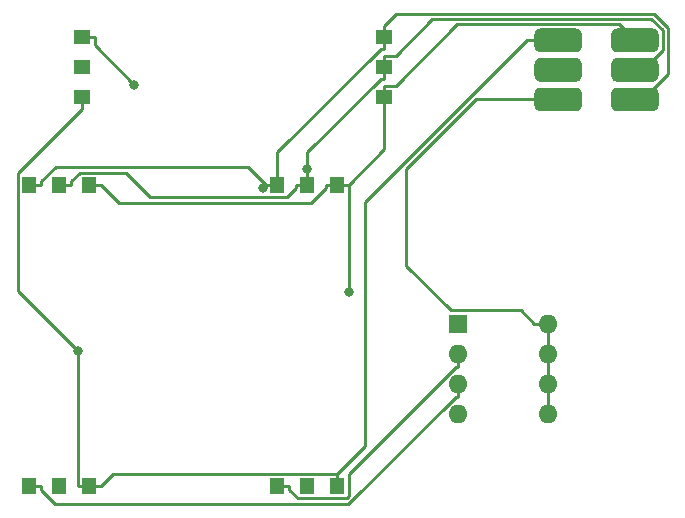
<source format=gbr>
G04 #@! TF.GenerationSoftware,KiCad,Pcbnew,5.1.5+dfsg1-2build2*
G04 #@! TF.CreationDate,2021-12-20T12:08:05-03:00*
G04 #@! TF.ProjectId,prueba,70727565-6261-42e6-9b69-6361645f7063,rev?*
G04 #@! TF.SameCoordinates,Original*
G04 #@! TF.FileFunction,Copper,L2,Bot*
G04 #@! TF.FilePolarity,Positive*
%FSLAX46Y46*%
G04 Gerber Fmt 4.6, Leading zero omitted, Abs format (unit mm)*
G04 Created by KiCad (PCBNEW 5.1.5+dfsg1-2build2) date 2021-12-20 12:08:05*
%MOMM*%
%LPD*%
G04 APERTURE LIST*
%ADD10O,1.600000X1.600000*%
%ADD11R,1.600000X1.600000*%
%ADD12R,1.400000X1.300000*%
%ADD13C,0.100000*%
%ADD14R,1.300000X1.400000*%
%ADD15C,0.800000*%
%ADD16C,0.250000*%
G04 APERTURE END LIST*
D10*
X150620000Y-75000000D03*
X143000000Y-82620000D03*
X150620000Y-77540000D03*
X143000000Y-80080000D03*
X150620000Y-80080000D03*
X143000000Y-77540000D03*
X150620000Y-82620000D03*
D11*
X143000000Y-75000000D03*
D12*
X136770000Y-55810000D03*
X136770000Y-53270000D03*
X136770000Y-50730000D03*
X111230000Y-55810000D03*
X111230000Y-53270000D03*
X111230000Y-50730000D03*
G04 #@! TA.AperFunction,ConnectorPad*
D13*
G36*
X159549009Y-50002408D02*
G01*
X159597545Y-50009607D01*
X159645142Y-50021530D01*
X159691342Y-50038060D01*
X159735698Y-50059039D01*
X159777785Y-50084265D01*
X159817197Y-50113495D01*
X159853553Y-50146447D01*
X159886505Y-50182803D01*
X159915735Y-50222215D01*
X159940961Y-50264302D01*
X159961940Y-50308658D01*
X159978470Y-50354858D01*
X159990393Y-50402455D01*
X159997592Y-50450991D01*
X160000000Y-50500000D01*
X160000000Y-51500000D01*
X159997592Y-51549009D01*
X159990393Y-51597545D01*
X159978470Y-51645142D01*
X159961940Y-51691342D01*
X159940961Y-51735698D01*
X159915735Y-51777785D01*
X159886505Y-51817197D01*
X159853553Y-51853553D01*
X159817197Y-51886505D01*
X159777785Y-51915735D01*
X159735698Y-51940961D01*
X159691342Y-51961940D01*
X159645142Y-51978470D01*
X159597545Y-51990393D01*
X159549009Y-51997592D01*
X159500000Y-52000000D01*
X156500000Y-52000000D01*
X156450991Y-51997592D01*
X156402455Y-51990393D01*
X156354858Y-51978470D01*
X156308658Y-51961940D01*
X156264302Y-51940961D01*
X156222215Y-51915735D01*
X156182803Y-51886505D01*
X156146447Y-51853553D01*
X156113495Y-51817197D01*
X156084265Y-51777785D01*
X156059039Y-51735698D01*
X156038060Y-51691342D01*
X156021530Y-51645142D01*
X156009607Y-51597545D01*
X156002408Y-51549009D01*
X156000000Y-51500000D01*
X156000000Y-50500000D01*
X156002408Y-50450991D01*
X156009607Y-50402455D01*
X156021530Y-50354858D01*
X156038060Y-50308658D01*
X156059039Y-50264302D01*
X156084265Y-50222215D01*
X156113495Y-50182803D01*
X156146447Y-50146447D01*
X156182803Y-50113495D01*
X156222215Y-50084265D01*
X156264302Y-50059039D01*
X156308658Y-50038060D01*
X156354858Y-50021530D01*
X156402455Y-50009607D01*
X156450991Y-50002408D01*
X156500000Y-50000000D01*
X159500000Y-50000000D01*
X159549009Y-50002408D01*
G37*
G04 #@! TD.AperFunction*
G04 #@! TA.AperFunction,ConnectorPad*
G36*
X159549009Y-52502408D02*
G01*
X159597545Y-52509607D01*
X159645142Y-52521530D01*
X159691342Y-52538060D01*
X159735698Y-52559039D01*
X159777785Y-52584265D01*
X159817197Y-52613495D01*
X159853553Y-52646447D01*
X159886505Y-52682803D01*
X159915735Y-52722215D01*
X159940961Y-52764302D01*
X159961940Y-52808658D01*
X159978470Y-52854858D01*
X159990393Y-52902455D01*
X159997592Y-52950991D01*
X160000000Y-53000000D01*
X160000000Y-54000000D01*
X159997592Y-54049009D01*
X159990393Y-54097545D01*
X159978470Y-54145142D01*
X159961940Y-54191342D01*
X159940961Y-54235698D01*
X159915735Y-54277785D01*
X159886505Y-54317197D01*
X159853553Y-54353553D01*
X159817197Y-54386505D01*
X159777785Y-54415735D01*
X159735698Y-54440961D01*
X159691342Y-54461940D01*
X159645142Y-54478470D01*
X159597545Y-54490393D01*
X159549009Y-54497592D01*
X159500000Y-54500000D01*
X156500000Y-54500000D01*
X156450991Y-54497592D01*
X156402455Y-54490393D01*
X156354858Y-54478470D01*
X156308658Y-54461940D01*
X156264302Y-54440961D01*
X156222215Y-54415735D01*
X156182803Y-54386505D01*
X156146447Y-54353553D01*
X156113495Y-54317197D01*
X156084265Y-54277785D01*
X156059039Y-54235698D01*
X156038060Y-54191342D01*
X156021530Y-54145142D01*
X156009607Y-54097545D01*
X156002408Y-54049009D01*
X156000000Y-54000000D01*
X156000000Y-53000000D01*
X156002408Y-52950991D01*
X156009607Y-52902455D01*
X156021530Y-52854858D01*
X156038060Y-52808658D01*
X156059039Y-52764302D01*
X156084265Y-52722215D01*
X156113495Y-52682803D01*
X156146447Y-52646447D01*
X156182803Y-52613495D01*
X156222215Y-52584265D01*
X156264302Y-52559039D01*
X156308658Y-52538060D01*
X156354858Y-52521530D01*
X156402455Y-52509607D01*
X156450991Y-52502408D01*
X156500000Y-52500000D01*
X159500000Y-52500000D01*
X159549009Y-52502408D01*
G37*
G04 #@! TD.AperFunction*
G04 #@! TA.AperFunction,ConnectorPad*
G36*
X159549009Y-55002408D02*
G01*
X159597545Y-55009607D01*
X159645142Y-55021530D01*
X159691342Y-55038060D01*
X159735698Y-55059039D01*
X159777785Y-55084265D01*
X159817197Y-55113495D01*
X159853553Y-55146447D01*
X159886505Y-55182803D01*
X159915735Y-55222215D01*
X159940961Y-55264302D01*
X159961940Y-55308658D01*
X159978470Y-55354858D01*
X159990393Y-55402455D01*
X159997592Y-55450991D01*
X160000000Y-55500000D01*
X160000000Y-56500000D01*
X159997592Y-56549009D01*
X159990393Y-56597545D01*
X159978470Y-56645142D01*
X159961940Y-56691342D01*
X159940961Y-56735698D01*
X159915735Y-56777785D01*
X159886505Y-56817197D01*
X159853553Y-56853553D01*
X159817197Y-56886505D01*
X159777785Y-56915735D01*
X159735698Y-56940961D01*
X159691342Y-56961940D01*
X159645142Y-56978470D01*
X159597545Y-56990393D01*
X159549009Y-56997592D01*
X159500000Y-57000000D01*
X156500000Y-57000000D01*
X156450991Y-56997592D01*
X156402455Y-56990393D01*
X156354858Y-56978470D01*
X156308658Y-56961940D01*
X156264302Y-56940961D01*
X156222215Y-56915735D01*
X156182803Y-56886505D01*
X156146447Y-56853553D01*
X156113495Y-56817197D01*
X156084265Y-56777785D01*
X156059039Y-56735698D01*
X156038060Y-56691342D01*
X156021530Y-56645142D01*
X156009607Y-56597545D01*
X156002408Y-56549009D01*
X156000000Y-56500000D01*
X156000000Y-55500000D01*
X156002408Y-55450991D01*
X156009607Y-55402455D01*
X156021530Y-55354858D01*
X156038060Y-55308658D01*
X156059039Y-55264302D01*
X156084265Y-55222215D01*
X156113495Y-55182803D01*
X156146447Y-55146447D01*
X156182803Y-55113495D01*
X156222215Y-55084265D01*
X156264302Y-55059039D01*
X156308658Y-55038060D01*
X156354858Y-55021530D01*
X156402455Y-55009607D01*
X156450991Y-55002408D01*
X156500000Y-55000000D01*
X159500000Y-55000000D01*
X159549009Y-55002408D01*
G37*
G04 #@! TD.AperFunction*
G04 #@! TA.AperFunction,ConnectorPad*
G36*
X153049009Y-50002408D02*
G01*
X153097545Y-50009607D01*
X153145142Y-50021530D01*
X153191342Y-50038060D01*
X153235698Y-50059039D01*
X153277785Y-50084265D01*
X153317197Y-50113495D01*
X153353553Y-50146447D01*
X153386505Y-50182803D01*
X153415735Y-50222215D01*
X153440961Y-50264302D01*
X153461940Y-50308658D01*
X153478470Y-50354858D01*
X153490393Y-50402455D01*
X153497592Y-50450991D01*
X153500000Y-50500000D01*
X153500000Y-51500000D01*
X153497592Y-51549009D01*
X153490393Y-51597545D01*
X153478470Y-51645142D01*
X153461940Y-51691342D01*
X153440961Y-51735698D01*
X153415735Y-51777785D01*
X153386505Y-51817197D01*
X153353553Y-51853553D01*
X153317197Y-51886505D01*
X153277785Y-51915735D01*
X153235698Y-51940961D01*
X153191342Y-51961940D01*
X153145142Y-51978470D01*
X153097545Y-51990393D01*
X153049009Y-51997592D01*
X153000000Y-52000000D01*
X150000000Y-52000000D01*
X149950991Y-51997592D01*
X149902455Y-51990393D01*
X149854858Y-51978470D01*
X149808658Y-51961940D01*
X149764302Y-51940961D01*
X149722215Y-51915735D01*
X149682803Y-51886505D01*
X149646447Y-51853553D01*
X149613495Y-51817197D01*
X149584265Y-51777785D01*
X149559039Y-51735698D01*
X149538060Y-51691342D01*
X149521530Y-51645142D01*
X149509607Y-51597545D01*
X149502408Y-51549009D01*
X149500000Y-51500000D01*
X149500000Y-50500000D01*
X149502408Y-50450991D01*
X149509607Y-50402455D01*
X149521530Y-50354858D01*
X149538060Y-50308658D01*
X149559039Y-50264302D01*
X149584265Y-50222215D01*
X149613495Y-50182803D01*
X149646447Y-50146447D01*
X149682803Y-50113495D01*
X149722215Y-50084265D01*
X149764302Y-50059039D01*
X149808658Y-50038060D01*
X149854858Y-50021530D01*
X149902455Y-50009607D01*
X149950991Y-50002408D01*
X150000000Y-50000000D01*
X153000000Y-50000000D01*
X153049009Y-50002408D01*
G37*
G04 #@! TD.AperFunction*
G04 #@! TA.AperFunction,ConnectorPad*
G36*
X153049009Y-52502408D02*
G01*
X153097545Y-52509607D01*
X153145142Y-52521530D01*
X153191342Y-52538060D01*
X153235698Y-52559039D01*
X153277785Y-52584265D01*
X153317197Y-52613495D01*
X153353553Y-52646447D01*
X153386505Y-52682803D01*
X153415735Y-52722215D01*
X153440961Y-52764302D01*
X153461940Y-52808658D01*
X153478470Y-52854858D01*
X153490393Y-52902455D01*
X153497592Y-52950991D01*
X153500000Y-53000000D01*
X153500000Y-54000000D01*
X153497592Y-54049009D01*
X153490393Y-54097545D01*
X153478470Y-54145142D01*
X153461940Y-54191342D01*
X153440961Y-54235698D01*
X153415735Y-54277785D01*
X153386505Y-54317197D01*
X153353553Y-54353553D01*
X153317197Y-54386505D01*
X153277785Y-54415735D01*
X153235698Y-54440961D01*
X153191342Y-54461940D01*
X153145142Y-54478470D01*
X153097545Y-54490393D01*
X153049009Y-54497592D01*
X153000000Y-54500000D01*
X150000000Y-54500000D01*
X149950991Y-54497592D01*
X149902455Y-54490393D01*
X149854858Y-54478470D01*
X149808658Y-54461940D01*
X149764302Y-54440961D01*
X149722215Y-54415735D01*
X149682803Y-54386505D01*
X149646447Y-54353553D01*
X149613495Y-54317197D01*
X149584265Y-54277785D01*
X149559039Y-54235698D01*
X149538060Y-54191342D01*
X149521530Y-54145142D01*
X149509607Y-54097545D01*
X149502408Y-54049009D01*
X149500000Y-54000000D01*
X149500000Y-53000000D01*
X149502408Y-52950991D01*
X149509607Y-52902455D01*
X149521530Y-52854858D01*
X149538060Y-52808658D01*
X149559039Y-52764302D01*
X149584265Y-52722215D01*
X149613495Y-52682803D01*
X149646447Y-52646447D01*
X149682803Y-52613495D01*
X149722215Y-52584265D01*
X149764302Y-52559039D01*
X149808658Y-52538060D01*
X149854858Y-52521530D01*
X149902455Y-52509607D01*
X149950991Y-52502408D01*
X150000000Y-52500000D01*
X153000000Y-52500000D01*
X153049009Y-52502408D01*
G37*
G04 #@! TD.AperFunction*
G04 #@! TA.AperFunction,ConnectorPad*
G36*
X153049009Y-55002408D02*
G01*
X153097545Y-55009607D01*
X153145142Y-55021530D01*
X153191342Y-55038060D01*
X153235698Y-55059039D01*
X153277785Y-55084265D01*
X153317197Y-55113495D01*
X153353553Y-55146447D01*
X153386505Y-55182803D01*
X153415735Y-55222215D01*
X153440961Y-55264302D01*
X153461940Y-55308658D01*
X153478470Y-55354858D01*
X153490393Y-55402455D01*
X153497592Y-55450991D01*
X153500000Y-55500000D01*
X153500000Y-56500000D01*
X153497592Y-56549009D01*
X153490393Y-56597545D01*
X153478470Y-56645142D01*
X153461940Y-56691342D01*
X153440961Y-56735698D01*
X153415735Y-56777785D01*
X153386505Y-56817197D01*
X153353553Y-56853553D01*
X153317197Y-56886505D01*
X153277785Y-56915735D01*
X153235698Y-56940961D01*
X153191342Y-56961940D01*
X153145142Y-56978470D01*
X153097545Y-56990393D01*
X153049009Y-56997592D01*
X153000000Y-57000000D01*
X150000000Y-57000000D01*
X149950991Y-56997592D01*
X149902455Y-56990393D01*
X149854858Y-56978470D01*
X149808658Y-56961940D01*
X149764302Y-56940961D01*
X149722215Y-56915735D01*
X149682803Y-56886505D01*
X149646447Y-56853553D01*
X149613495Y-56817197D01*
X149584265Y-56777785D01*
X149559039Y-56735698D01*
X149538060Y-56691342D01*
X149521530Y-56645142D01*
X149509607Y-56597545D01*
X149502408Y-56549009D01*
X149500000Y-56500000D01*
X149500000Y-55500000D01*
X149502408Y-55450991D01*
X149509607Y-55402455D01*
X149521530Y-55354858D01*
X149538060Y-55308658D01*
X149559039Y-55264302D01*
X149584265Y-55222215D01*
X149613495Y-55182803D01*
X149646447Y-55146447D01*
X149682803Y-55113495D01*
X149722215Y-55084265D01*
X149764302Y-55059039D01*
X149808658Y-55038060D01*
X149854858Y-55021530D01*
X149902455Y-55009607D01*
X149950991Y-55002408D01*
X150000000Y-55000000D01*
X153000000Y-55000000D01*
X153049009Y-55002408D01*
G37*
G04 #@! TD.AperFunction*
D14*
X111810000Y-63230000D03*
X109270000Y-63230000D03*
X106730000Y-63230000D03*
X111810000Y-88770000D03*
X109270000Y-88770000D03*
X106730000Y-88770000D03*
X132810000Y-63230000D03*
X130270000Y-63230000D03*
X127730000Y-63230000D03*
X132810000Y-88770000D03*
X130270000Y-88770000D03*
X127730000Y-88770000D03*
D15*
X133785300Y-72282000D03*
X130270000Y-61928900D03*
X126476400Y-63508300D03*
X110834700Y-77268500D03*
X115613800Y-54759800D03*
D16*
X136770000Y-55810000D02*
X136770000Y-54834700D01*
X158000000Y-51000000D02*
X156665200Y-49665200D01*
X156665200Y-49665200D02*
X142914800Y-49665200D01*
X142914800Y-49665200D02*
X137745300Y-54834700D01*
X137745300Y-54834700D02*
X136770000Y-54834700D01*
X136770000Y-55810000D02*
X136770000Y-60245300D01*
X136770000Y-60245300D02*
X133785300Y-63230000D01*
X133785300Y-63230000D02*
X133785300Y-72282000D01*
X132810000Y-63230000D02*
X131834700Y-63230000D01*
X111810000Y-63230000D02*
X112785300Y-63230000D01*
X112785300Y-63230000D02*
X114313600Y-64758300D01*
X114313600Y-64758300D02*
X130580700Y-64758300D01*
X130580700Y-64758300D02*
X131834700Y-63504300D01*
X131834700Y-63504300D02*
X131834700Y-63230000D01*
X132810000Y-63230000D02*
X133785300Y-63230000D01*
X158000000Y-53500000D02*
X158686500Y-53500000D01*
X158686500Y-53500000D02*
X160344100Y-51842400D01*
X160344100Y-51842400D02*
X160344100Y-50155000D01*
X160344100Y-50155000D02*
X159403900Y-49214800D01*
X159403900Y-49214800D02*
X140825200Y-49214800D01*
X140825200Y-49214800D02*
X137745300Y-52294700D01*
X137745300Y-52294700D02*
X136770000Y-52294700D01*
X136770000Y-53270000D02*
X136770000Y-52294700D01*
X130270000Y-63230000D02*
X129294700Y-63230000D01*
X129294700Y-63230000D02*
X129294700Y-63504300D01*
X129294700Y-63504300D02*
X128543600Y-64255400D01*
X128543600Y-64255400D02*
X116940500Y-64255400D01*
X116940500Y-64255400D02*
X114889700Y-62204600D01*
X114889700Y-62204600D02*
X110996400Y-62204600D01*
X110996400Y-62204600D02*
X110245300Y-62955700D01*
X110245300Y-62955700D02*
X110245300Y-63230000D01*
X130270000Y-63230000D02*
X130270000Y-61928900D01*
X109270000Y-63230000D02*
X110245300Y-63230000D01*
X136770000Y-53270000D02*
X136770000Y-54245300D01*
X130270000Y-61928900D02*
X130270000Y-60471000D01*
X130270000Y-60471000D02*
X136495700Y-54245300D01*
X136495700Y-54245300D02*
X136770000Y-54245300D01*
X158000000Y-56000000D02*
X158680200Y-56000000D01*
X158680200Y-56000000D02*
X160794500Y-53885700D01*
X160794500Y-53885700D02*
X160794500Y-49968500D01*
X160794500Y-49968500D02*
X159590400Y-48764400D01*
X159590400Y-48764400D02*
X137760300Y-48764400D01*
X137760300Y-48764400D02*
X136770000Y-49754700D01*
X136770000Y-50730000D02*
X136770000Y-49754700D01*
X106730000Y-63230000D02*
X107705300Y-63230000D01*
X126754700Y-63230000D02*
X125236900Y-61712200D01*
X125236900Y-61712200D02*
X108948800Y-61712200D01*
X108948800Y-61712200D02*
X107705300Y-62955700D01*
X107705300Y-62955700D02*
X107705300Y-63230000D01*
X136770000Y-50730000D02*
X136770000Y-51705300D01*
X136770000Y-51705300D02*
X136495700Y-51705300D01*
X136495700Y-51705300D02*
X127730000Y-60471000D01*
X127730000Y-60471000D02*
X127730000Y-63230000D01*
X127730000Y-63230000D02*
X126754700Y-63230000D01*
X126754700Y-63230000D02*
X126476400Y-63508300D01*
X132809900Y-87744500D02*
X135180400Y-85374000D01*
X135180400Y-85374000D02*
X135180400Y-64683900D01*
X135180400Y-64683900D02*
X148864300Y-51000000D01*
X148864300Y-51000000D02*
X151500000Y-51000000D01*
X112785300Y-88770000D02*
X113810700Y-87744600D01*
X113810700Y-87744600D02*
X132809800Y-87744600D01*
X132809800Y-87744600D02*
X132809900Y-87744500D01*
X132810000Y-87744700D02*
X132809900Y-87744500D01*
X132810000Y-88770000D02*
X132810000Y-87744700D01*
X111810000Y-88770000D02*
X112785300Y-88770000D01*
X110834700Y-77268500D02*
X105754600Y-72188400D01*
X105754600Y-72188400D02*
X105754600Y-62260700D01*
X105754600Y-62260700D02*
X111230000Y-56785300D01*
X110834700Y-88770000D02*
X110834700Y-77268500D01*
X111230000Y-55810000D02*
X111230000Y-56785300D01*
X111810000Y-88770000D02*
X110834700Y-88770000D01*
X111230000Y-50730000D02*
X112255300Y-50730000D01*
X112255300Y-50730000D02*
X112255300Y-51401300D01*
X112255300Y-51401300D02*
X115613800Y-54759800D01*
X143000000Y-77540000D02*
X143000000Y-78665300D01*
X127730000Y-88770000D02*
X128705300Y-88770000D01*
X128705300Y-88770000D02*
X128705300Y-89044300D01*
X128705300Y-89044300D02*
X129456400Y-89795400D01*
X129456400Y-89795400D02*
X133594700Y-89795400D01*
X133594700Y-89795400D02*
X133785400Y-89604700D01*
X133785400Y-89604700D02*
X133785400Y-87703000D01*
X133785400Y-87703000D02*
X142823100Y-78665300D01*
X142823100Y-78665300D02*
X143000000Y-78665300D01*
X143000000Y-80080000D02*
X143000000Y-81205300D01*
X106730000Y-88770000D02*
X107705300Y-88770000D01*
X107705300Y-88770000D02*
X107705300Y-89044300D01*
X107705300Y-89044300D02*
X108940200Y-90279200D01*
X108940200Y-90279200D02*
X133749200Y-90279200D01*
X133749200Y-90279200D02*
X142823100Y-81205300D01*
X142823100Y-81205300D02*
X143000000Y-81205300D01*
X149494700Y-75000000D02*
X148369400Y-73874700D01*
X148369400Y-73874700D02*
X142399400Y-73874700D01*
X142399400Y-73874700D02*
X138640200Y-70115500D01*
X138640200Y-70115500D02*
X138640200Y-61880400D01*
X138640200Y-61880400D02*
X144520600Y-56000000D01*
X144520600Y-56000000D02*
X151500000Y-56000000D01*
X150620000Y-77540000D02*
X150620000Y-75000000D01*
X150620000Y-80080000D02*
X150620000Y-77540000D01*
X150620000Y-82620000D02*
X150620000Y-80080000D01*
X150620000Y-75000000D02*
X149494700Y-75000000D01*
M02*

</source>
